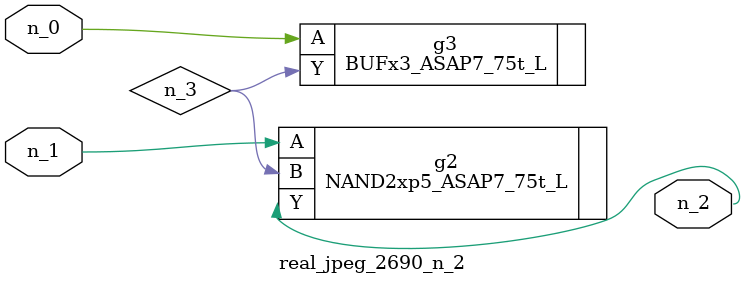
<source format=v>
module real_jpeg_2690_n_2 (n_1, n_0, n_2);

input n_1;
input n_0;

output n_2;

wire n_3;

BUFx3_ASAP7_75t_L g3 ( 
.A(n_0),
.Y(n_3)
);

NAND2xp5_ASAP7_75t_L g2 ( 
.A(n_1),
.B(n_3),
.Y(n_2)
);


endmodule
</source>
